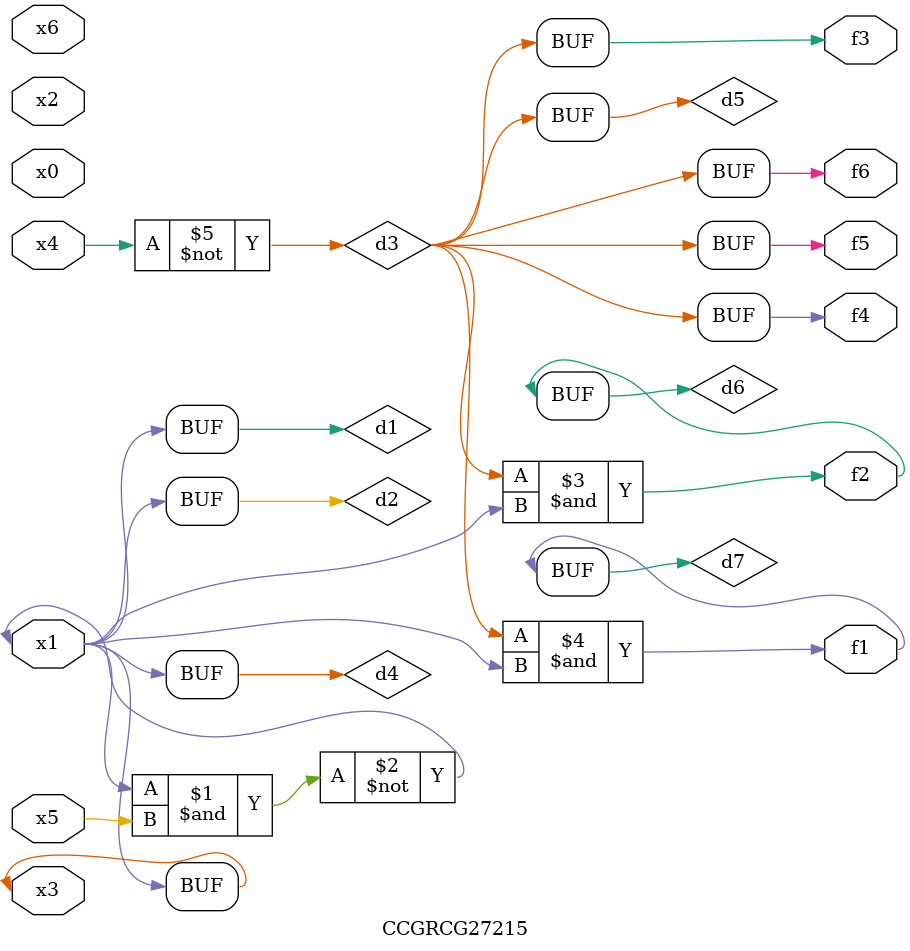
<source format=v>
module CCGRCG27215(
	input x0, x1, x2, x3, x4, x5, x6,
	output f1, f2, f3, f4, f5, f6
);

	wire d1, d2, d3, d4, d5, d6, d7;

	buf (d1, x1, x3);
	nand (d2, x1, x5);
	not (d3, x4);
	buf (d4, d1, d2);
	buf (d5, d3);
	and (d6, d3, d4);
	and (d7, d3, d4);
	assign f1 = d7;
	assign f2 = d6;
	assign f3 = d5;
	assign f4 = d5;
	assign f5 = d5;
	assign f6 = d5;
endmodule

</source>
